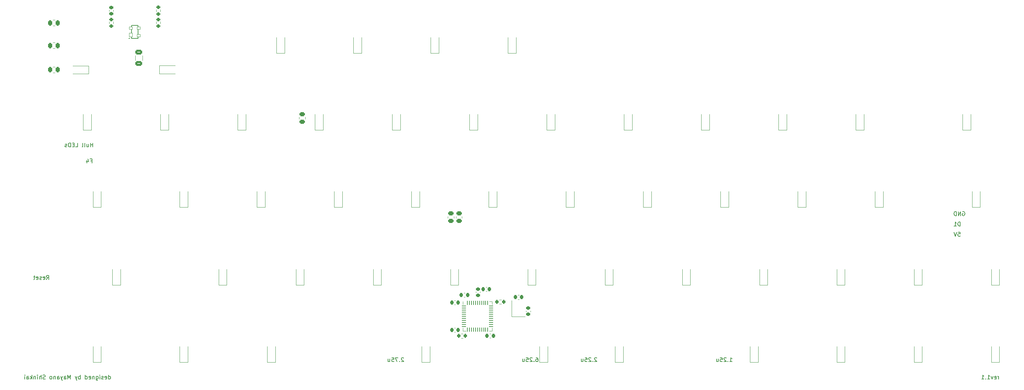
<source format=gbr>
G04 #@! TF.GenerationSoftware,KiCad,Pcbnew,(6.0.0)*
G04 #@! TF.CreationDate,2022-03-10T10:21:52-08:00*
G04 #@! TF.ProjectId,Memoria,4d656d6f-7269-4612-9e6b-696361645f70,rev?*
G04 #@! TF.SameCoordinates,Original*
G04 #@! TF.FileFunction,Legend,Bot*
G04 #@! TF.FilePolarity,Positive*
%FSLAX46Y46*%
G04 Gerber Fmt 4.6, Leading zero omitted, Abs format (unit mm)*
G04 Created by KiCad (PCBNEW (6.0.0)) date 2022-03-10 10:21:52*
%MOMM*%
%LPD*%
G01*
G04 APERTURE LIST*
G04 Aperture macros list*
%AMRoundRect*
0 Rectangle with rounded corners*
0 $1 Rounding radius*
0 $2 $3 $4 $5 $6 $7 $8 $9 X,Y pos of 4 corners*
0 Add a 4 corners polygon primitive as box body*
4,1,4,$2,$3,$4,$5,$6,$7,$8,$9,$2,$3,0*
0 Add four circle primitives for the rounded corners*
1,1,$1+$1,$2,$3*
1,1,$1+$1,$4,$5*
1,1,$1+$1,$6,$7*
1,1,$1+$1,$8,$9*
0 Add four rect primitives between the rounded corners*
20,1,$1+$1,$2,$3,$4,$5,0*
20,1,$1+$1,$4,$5,$6,$7,0*
20,1,$1+$1,$6,$7,$8,$9,0*
20,1,$1+$1,$8,$9,$2,$3,0*%
G04 Aperture macros list end*
%ADD10C,0.150000*%
%ADD11C,0.120000*%
%ADD12C,1.750000*%
%ADD13C,3.987800*%
%ADD14C,3.000000*%
%ADD15R,2.550000X2.500000*%
%ADD16R,1.700000X1.700000*%
%ADD17O,1.700000X1.700000*%
%ADD18R,1.800000X1.800000*%
%ADD19C,1.800000*%
%ADD20C,3.048000*%
%ADD21R,1.200000X0.900000*%
%ADD22R,0.900000X1.200000*%
%ADD23RoundRect,0.225000X-0.250000X0.225000X-0.250000X-0.225000X0.250000X-0.225000X0.250000X0.225000X0*%
%ADD24RoundRect,0.250000X-0.450000X0.262500X-0.450000X-0.262500X0.450000X-0.262500X0.450000X0.262500X0*%
%ADD25RoundRect,0.200000X-0.275000X0.200000X-0.275000X-0.200000X0.275000X-0.200000X0.275000X0.200000X0*%
%ADD26RoundRect,0.250000X0.450000X-0.262500X0.450000X0.262500X-0.450000X0.262500X-0.450000X-0.262500X0*%
%ADD27R,1.200000X1.400000*%
%ADD28RoundRect,0.225000X-0.225000X-0.250000X0.225000X-0.250000X0.225000X0.250000X-0.225000X0.250000X0*%
%ADD29RoundRect,0.200000X0.275000X-0.200000X0.275000X0.200000X-0.275000X0.200000X-0.275000X-0.200000X0*%
%ADD30RoundRect,0.250000X-0.262500X-0.450000X0.262500X-0.450000X0.262500X0.450000X-0.262500X0.450000X0*%
%ADD31RoundRect,0.225000X0.225000X0.250000X-0.225000X0.250000X-0.225000X-0.250000X0.225000X-0.250000X0*%
%ADD32C,0.650000*%
%ADD33R,0.600000X1.450000*%
%ADD34R,0.300000X1.450000*%
%ADD35O,1.000000X2.100000*%
%ADD36O,1.000000X1.600000*%
%ADD37RoundRect,0.062500X-0.062500X0.475000X-0.062500X-0.475000X0.062500X-0.475000X0.062500X0.475000X0*%
%ADD38RoundRect,0.062500X-0.475000X0.062500X-0.475000X-0.062500X0.475000X-0.062500X0.475000X0.062500X0*%
%ADD39R,5.200000X5.200000*%
%ADD40RoundRect,0.200000X0.200000X0.275000X-0.200000X0.275000X-0.200000X-0.275000X0.200000X-0.275000X0*%
%ADD41RoundRect,0.200000X-0.200000X-0.275000X0.200000X-0.275000X0.200000X0.275000X-0.200000X0.275000X0*%
%ADD42RoundRect,0.050000X0.350000X-0.500000X0.350000X0.500000X-0.350000X0.500000X-0.350000X-0.500000X0*%
%ADD43RoundRect,0.050000X0.350000X-0.300000X0.350000X0.300000X-0.350000X0.300000X-0.350000X-0.300000X0*%
%ADD44RoundRect,0.250000X-0.625000X0.375000X-0.625000X-0.375000X0.625000X-0.375000X0.625000X0.375000X0*%
G04 APERTURE END LIST*
D10*
X255315476Y-86182380D02*
X255791666Y-86182380D01*
X255839285Y-86658571D01*
X255791666Y-86610952D01*
X255696428Y-86563333D01*
X255458333Y-86563333D01*
X255363095Y-86610952D01*
X255315476Y-86658571D01*
X255267857Y-86753809D01*
X255267857Y-86991904D01*
X255315476Y-87087142D01*
X255363095Y-87134761D01*
X255458333Y-87182380D01*
X255696428Y-87182380D01*
X255791666Y-87134761D01*
X255839285Y-87087142D01*
X254982142Y-86182380D02*
X254648809Y-87182380D01*
X254315476Y-86182380D01*
X118609821Y-117247619D02*
X118562202Y-117200000D01*
X118466964Y-117152380D01*
X118228869Y-117152380D01*
X118133630Y-117200000D01*
X118086011Y-117247619D01*
X118038392Y-117342857D01*
X118038392Y-117438095D01*
X118086011Y-117580952D01*
X118657440Y-118152380D01*
X118038392Y-118152380D01*
X117609821Y-118057142D02*
X117562202Y-118104761D01*
X117609821Y-118152380D01*
X117657440Y-118104761D01*
X117609821Y-118057142D01*
X117609821Y-118152380D01*
X117228869Y-117152380D02*
X116562202Y-117152380D01*
X116990773Y-118152380D01*
X115705059Y-117152380D02*
X116181250Y-117152380D01*
X116228869Y-117628571D01*
X116181250Y-117580952D01*
X116086011Y-117533333D01*
X115847916Y-117533333D01*
X115752678Y-117580952D01*
X115705059Y-117628571D01*
X115657440Y-117723809D01*
X115657440Y-117961904D01*
X115705059Y-118057142D01*
X115752678Y-118104761D01*
X115847916Y-118152380D01*
X116086011Y-118152380D01*
X116181250Y-118104761D01*
X116228869Y-118057142D01*
X114800297Y-117485714D02*
X114800297Y-118152380D01*
X115228869Y-117485714D02*
X115228869Y-118009523D01*
X115181250Y-118104761D01*
X115086011Y-118152380D01*
X114943154Y-118152380D01*
X114847916Y-118104761D01*
X114800297Y-118057142D01*
X166234821Y-117247619D02*
X166187202Y-117200000D01*
X166091964Y-117152380D01*
X165853869Y-117152380D01*
X165758630Y-117200000D01*
X165711011Y-117247619D01*
X165663392Y-117342857D01*
X165663392Y-117438095D01*
X165711011Y-117580952D01*
X166282440Y-118152380D01*
X165663392Y-118152380D01*
X165234821Y-118057142D02*
X165187202Y-118104761D01*
X165234821Y-118152380D01*
X165282440Y-118104761D01*
X165234821Y-118057142D01*
X165234821Y-118152380D01*
X164806250Y-117247619D02*
X164758630Y-117200000D01*
X164663392Y-117152380D01*
X164425297Y-117152380D01*
X164330059Y-117200000D01*
X164282440Y-117247619D01*
X164234821Y-117342857D01*
X164234821Y-117438095D01*
X164282440Y-117580952D01*
X164853869Y-118152380D01*
X164234821Y-118152380D01*
X163330059Y-117152380D02*
X163806250Y-117152380D01*
X163853869Y-117628571D01*
X163806250Y-117580952D01*
X163711011Y-117533333D01*
X163472916Y-117533333D01*
X163377678Y-117580952D01*
X163330059Y-117628571D01*
X163282440Y-117723809D01*
X163282440Y-117961904D01*
X163330059Y-118057142D01*
X163377678Y-118104761D01*
X163472916Y-118152380D01*
X163711011Y-118152380D01*
X163806250Y-118104761D01*
X163853869Y-118057142D01*
X162425297Y-117485714D02*
X162425297Y-118152380D01*
X162853869Y-117485714D02*
X162853869Y-118009523D01*
X162806250Y-118104761D01*
X162711011Y-118152380D01*
X162568154Y-118152380D01*
X162472916Y-118104761D01*
X162425297Y-118057142D01*
X45845238Y-122452380D02*
X45845238Y-121452380D01*
X45845238Y-122404761D02*
X45940476Y-122452380D01*
X46130952Y-122452380D01*
X46226190Y-122404761D01*
X46273809Y-122357142D01*
X46321428Y-122261904D01*
X46321428Y-121976190D01*
X46273809Y-121880952D01*
X46226190Y-121833333D01*
X46130952Y-121785714D01*
X45940476Y-121785714D01*
X45845238Y-121833333D01*
X44988095Y-122404761D02*
X45083333Y-122452380D01*
X45273809Y-122452380D01*
X45369047Y-122404761D01*
X45416666Y-122309523D01*
X45416666Y-121928571D01*
X45369047Y-121833333D01*
X45273809Y-121785714D01*
X45083333Y-121785714D01*
X44988095Y-121833333D01*
X44940476Y-121928571D01*
X44940476Y-122023809D01*
X45416666Y-122119047D01*
X44559523Y-122404761D02*
X44464285Y-122452380D01*
X44273809Y-122452380D01*
X44178571Y-122404761D01*
X44130952Y-122309523D01*
X44130952Y-122261904D01*
X44178571Y-122166666D01*
X44273809Y-122119047D01*
X44416666Y-122119047D01*
X44511904Y-122071428D01*
X44559523Y-121976190D01*
X44559523Y-121928571D01*
X44511904Y-121833333D01*
X44416666Y-121785714D01*
X44273809Y-121785714D01*
X44178571Y-121833333D01*
X43702380Y-122452380D02*
X43702380Y-121785714D01*
X43702380Y-121452380D02*
X43750000Y-121500000D01*
X43702380Y-121547619D01*
X43654761Y-121500000D01*
X43702380Y-121452380D01*
X43702380Y-121547619D01*
X42797619Y-121785714D02*
X42797619Y-122595238D01*
X42845238Y-122690476D01*
X42892857Y-122738095D01*
X42988095Y-122785714D01*
X43130952Y-122785714D01*
X43226190Y-122738095D01*
X42797619Y-122404761D02*
X42892857Y-122452380D01*
X43083333Y-122452380D01*
X43178571Y-122404761D01*
X43226190Y-122357142D01*
X43273809Y-122261904D01*
X43273809Y-121976190D01*
X43226190Y-121880952D01*
X43178571Y-121833333D01*
X43083333Y-121785714D01*
X42892857Y-121785714D01*
X42797619Y-121833333D01*
X42321428Y-121785714D02*
X42321428Y-122452380D01*
X42321428Y-121880952D02*
X42273809Y-121833333D01*
X42178571Y-121785714D01*
X42035714Y-121785714D01*
X41940476Y-121833333D01*
X41892857Y-121928571D01*
X41892857Y-122452380D01*
X41035714Y-122404761D02*
X41130952Y-122452380D01*
X41321428Y-122452380D01*
X41416666Y-122404761D01*
X41464285Y-122309523D01*
X41464285Y-121928571D01*
X41416666Y-121833333D01*
X41321428Y-121785714D01*
X41130952Y-121785714D01*
X41035714Y-121833333D01*
X40988095Y-121928571D01*
X40988095Y-122023809D01*
X41464285Y-122119047D01*
X40130952Y-122452380D02*
X40130952Y-121452380D01*
X40130952Y-122404761D02*
X40226190Y-122452380D01*
X40416666Y-122452380D01*
X40511904Y-122404761D01*
X40559523Y-122357142D01*
X40607142Y-122261904D01*
X40607142Y-121976190D01*
X40559523Y-121880952D01*
X40511904Y-121833333D01*
X40416666Y-121785714D01*
X40226190Y-121785714D01*
X40130952Y-121833333D01*
X38892857Y-122452380D02*
X38892857Y-121452380D01*
X38892857Y-121833333D02*
X38797619Y-121785714D01*
X38607142Y-121785714D01*
X38511904Y-121833333D01*
X38464285Y-121880952D01*
X38416666Y-121976190D01*
X38416666Y-122261904D01*
X38464285Y-122357142D01*
X38511904Y-122404761D01*
X38607142Y-122452380D01*
X38797619Y-122452380D01*
X38892857Y-122404761D01*
X38083333Y-121785714D02*
X37845238Y-122452380D01*
X37607142Y-121785714D02*
X37845238Y-122452380D01*
X37940476Y-122690476D01*
X37988095Y-122738095D01*
X38083333Y-122785714D01*
X36464285Y-122452380D02*
X36464285Y-121452380D01*
X36130952Y-122166666D01*
X35797619Y-121452380D01*
X35797619Y-122452380D01*
X34892857Y-122452380D02*
X34892857Y-121928571D01*
X34940476Y-121833333D01*
X35035714Y-121785714D01*
X35226190Y-121785714D01*
X35321428Y-121833333D01*
X34892857Y-122404761D02*
X34988095Y-122452380D01*
X35226190Y-122452380D01*
X35321428Y-122404761D01*
X35369047Y-122309523D01*
X35369047Y-122214285D01*
X35321428Y-122119047D01*
X35226190Y-122071428D01*
X34988095Y-122071428D01*
X34892857Y-122023809D01*
X34511904Y-121785714D02*
X34273809Y-122452380D01*
X34035714Y-121785714D02*
X34273809Y-122452380D01*
X34369047Y-122690476D01*
X34416666Y-122738095D01*
X34511904Y-122785714D01*
X33226190Y-122452380D02*
X33226190Y-121928571D01*
X33273809Y-121833333D01*
X33369047Y-121785714D01*
X33559523Y-121785714D01*
X33654761Y-121833333D01*
X33226190Y-122404761D02*
X33321428Y-122452380D01*
X33559523Y-122452380D01*
X33654761Y-122404761D01*
X33702380Y-122309523D01*
X33702380Y-122214285D01*
X33654761Y-122119047D01*
X33559523Y-122071428D01*
X33321428Y-122071428D01*
X33226190Y-122023809D01*
X32750000Y-121785714D02*
X32750000Y-122452380D01*
X32750000Y-121880952D02*
X32702380Y-121833333D01*
X32607142Y-121785714D01*
X32464285Y-121785714D01*
X32369047Y-121833333D01*
X32321428Y-121928571D01*
X32321428Y-122452380D01*
X31702380Y-122452380D02*
X31797619Y-122404761D01*
X31845238Y-122357142D01*
X31892857Y-122261904D01*
X31892857Y-121976190D01*
X31845238Y-121880952D01*
X31797619Y-121833333D01*
X31702380Y-121785714D01*
X31559523Y-121785714D01*
X31464285Y-121833333D01*
X31416666Y-121880952D01*
X31369047Y-121976190D01*
X31369047Y-122261904D01*
X31416666Y-122357142D01*
X31464285Y-122404761D01*
X31559523Y-122452380D01*
X31702380Y-122452380D01*
X30226190Y-122404761D02*
X30083333Y-122452380D01*
X29845238Y-122452380D01*
X29750000Y-122404761D01*
X29702380Y-122357142D01*
X29654761Y-122261904D01*
X29654761Y-122166666D01*
X29702380Y-122071428D01*
X29750000Y-122023809D01*
X29845238Y-121976190D01*
X30035714Y-121928571D01*
X30130952Y-121880952D01*
X30178571Y-121833333D01*
X30226190Y-121738095D01*
X30226190Y-121642857D01*
X30178571Y-121547619D01*
X30130952Y-121500000D01*
X30035714Y-121452380D01*
X29797619Y-121452380D01*
X29654761Y-121500000D01*
X29226190Y-122452380D02*
X29226190Y-121452380D01*
X28797619Y-122452380D02*
X28797619Y-121928571D01*
X28845238Y-121833333D01*
X28940476Y-121785714D01*
X29083333Y-121785714D01*
X29178571Y-121833333D01*
X29226190Y-121880952D01*
X28321428Y-122452380D02*
X28321428Y-121785714D01*
X28321428Y-121452380D02*
X28369047Y-121500000D01*
X28321428Y-121547619D01*
X28273809Y-121500000D01*
X28321428Y-121452380D01*
X28321428Y-121547619D01*
X27845238Y-121785714D02*
X27845238Y-122452380D01*
X27845238Y-121880952D02*
X27797619Y-121833333D01*
X27702380Y-121785714D01*
X27559523Y-121785714D01*
X27464285Y-121833333D01*
X27416666Y-121928571D01*
X27416666Y-122452380D01*
X26940476Y-122452380D02*
X26940476Y-121452380D01*
X26845238Y-122071428D02*
X26559523Y-122452380D01*
X26559523Y-121785714D02*
X26940476Y-122166666D01*
X25702380Y-122452380D02*
X25702380Y-121928571D01*
X25750000Y-121833333D01*
X25845238Y-121785714D01*
X26035714Y-121785714D01*
X26130952Y-121833333D01*
X25702380Y-122404761D02*
X25797619Y-122452380D01*
X26035714Y-122452380D01*
X26130952Y-122404761D01*
X26178571Y-122309523D01*
X26178571Y-122214285D01*
X26130952Y-122119047D01*
X26035714Y-122071428D01*
X25797619Y-122071428D01*
X25702380Y-122023809D01*
X25226190Y-122452380D02*
X25226190Y-121785714D01*
X25226190Y-121452380D02*
X25273809Y-121500000D01*
X25226190Y-121547619D01*
X25178571Y-121500000D01*
X25226190Y-121452380D01*
X25226190Y-121547619D01*
X265321428Y-122452380D02*
X265321428Y-121785714D01*
X265321428Y-121976190D02*
X265273809Y-121880952D01*
X265226190Y-121833333D01*
X265130952Y-121785714D01*
X265035714Y-121785714D01*
X264321428Y-122404761D02*
X264416666Y-122452380D01*
X264607142Y-122452380D01*
X264702380Y-122404761D01*
X264750000Y-122309523D01*
X264750000Y-121928571D01*
X264702380Y-121833333D01*
X264607142Y-121785714D01*
X264416666Y-121785714D01*
X264321428Y-121833333D01*
X264273809Y-121928571D01*
X264273809Y-122023809D01*
X264750000Y-122119047D01*
X263940476Y-121785714D02*
X263702380Y-122452380D01*
X263464285Y-121785714D01*
X262559523Y-122452380D02*
X263130952Y-122452380D01*
X262845238Y-122452380D02*
X262845238Y-121452380D01*
X262940476Y-121595238D01*
X263035714Y-121690476D01*
X263130952Y-121738095D01*
X262130952Y-122357142D02*
X262083333Y-122404761D01*
X262130952Y-122452380D01*
X262178571Y-122404761D01*
X262130952Y-122357142D01*
X262130952Y-122452380D01*
X261130952Y-122452380D02*
X261702380Y-122452380D01*
X261416666Y-122452380D02*
X261416666Y-121452380D01*
X261511904Y-121595238D01*
X261607142Y-121690476D01*
X261702380Y-121738095D01*
X199000892Y-118152380D02*
X199572321Y-118152380D01*
X199286607Y-118152380D02*
X199286607Y-117152380D01*
X199381845Y-117295238D01*
X199477083Y-117390476D01*
X199572321Y-117438095D01*
X198572321Y-118057142D02*
X198524702Y-118104761D01*
X198572321Y-118152380D01*
X198619940Y-118104761D01*
X198572321Y-118057142D01*
X198572321Y-118152380D01*
X198143750Y-117247619D02*
X198096130Y-117200000D01*
X198000892Y-117152380D01*
X197762797Y-117152380D01*
X197667559Y-117200000D01*
X197619940Y-117247619D01*
X197572321Y-117342857D01*
X197572321Y-117438095D01*
X197619940Y-117580952D01*
X198191369Y-118152380D01*
X197572321Y-118152380D01*
X196667559Y-117152380D02*
X197143750Y-117152380D01*
X197191369Y-117628571D01*
X197143750Y-117580952D01*
X197048511Y-117533333D01*
X196810416Y-117533333D01*
X196715178Y-117580952D01*
X196667559Y-117628571D01*
X196619940Y-117723809D01*
X196619940Y-117961904D01*
X196667559Y-118057142D01*
X196715178Y-118104761D01*
X196810416Y-118152380D01*
X197048511Y-118152380D01*
X197143750Y-118104761D01*
X197191369Y-118057142D01*
X195762797Y-117485714D02*
X195762797Y-118152380D01*
X196191369Y-117485714D02*
X196191369Y-118009523D01*
X196143750Y-118104761D01*
X196048511Y-118152380D01*
X195905654Y-118152380D01*
X195810416Y-118104761D01*
X195762797Y-118057142D01*
X41979761Y-65152380D02*
X41979761Y-64152380D01*
X41979761Y-64628571D02*
X41408333Y-64628571D01*
X41408333Y-65152380D02*
X41408333Y-64152380D01*
X40503571Y-64485714D02*
X40503571Y-65152380D01*
X40932142Y-64485714D02*
X40932142Y-65009523D01*
X40884523Y-65104761D01*
X40789285Y-65152380D01*
X40646428Y-65152380D01*
X40551190Y-65104761D01*
X40503571Y-65057142D01*
X39884523Y-65152380D02*
X39979761Y-65104761D01*
X40027380Y-65009523D01*
X40027380Y-64152380D01*
X39360714Y-65152380D02*
X39455952Y-65104761D01*
X39503571Y-65009523D01*
X39503571Y-64152380D01*
X37741666Y-65152380D02*
X38217857Y-65152380D01*
X38217857Y-64152380D01*
X37408333Y-64628571D02*
X37075000Y-64628571D01*
X36932142Y-65152380D02*
X37408333Y-65152380D01*
X37408333Y-64152380D01*
X36932142Y-64152380D01*
X36503571Y-65152380D02*
X36503571Y-64152380D01*
X36265476Y-64152380D01*
X36122619Y-64200000D01*
X36027380Y-64295238D01*
X35979761Y-64390476D01*
X35932142Y-64580952D01*
X35932142Y-64723809D01*
X35979761Y-64914285D01*
X36027380Y-65009523D01*
X36122619Y-65104761D01*
X36265476Y-65152380D01*
X36503571Y-65152380D01*
X35551190Y-65104761D02*
X35455952Y-65152380D01*
X35265476Y-65152380D01*
X35170238Y-65104761D01*
X35122619Y-65009523D01*
X35122619Y-64961904D01*
X35170238Y-64866666D01*
X35265476Y-64819047D01*
X35408333Y-64819047D01*
X35503571Y-64771428D01*
X35551190Y-64676190D01*
X35551190Y-64628571D01*
X35503571Y-64533333D01*
X35408333Y-64485714D01*
X35265476Y-64485714D01*
X35170238Y-64533333D01*
X30543095Y-97852380D02*
X30876428Y-97376190D01*
X31114523Y-97852380D02*
X31114523Y-96852380D01*
X30733571Y-96852380D01*
X30638333Y-96900000D01*
X30590714Y-96947619D01*
X30543095Y-97042857D01*
X30543095Y-97185714D01*
X30590714Y-97280952D01*
X30638333Y-97328571D01*
X30733571Y-97376190D01*
X31114523Y-97376190D01*
X29733571Y-97804761D02*
X29828809Y-97852380D01*
X30019285Y-97852380D01*
X30114523Y-97804761D01*
X30162142Y-97709523D01*
X30162142Y-97328571D01*
X30114523Y-97233333D01*
X30019285Y-97185714D01*
X29828809Y-97185714D01*
X29733571Y-97233333D01*
X29685952Y-97328571D01*
X29685952Y-97423809D01*
X30162142Y-97519047D01*
X29305000Y-97804761D02*
X29209761Y-97852380D01*
X29019285Y-97852380D01*
X28924047Y-97804761D01*
X28876428Y-97709523D01*
X28876428Y-97661904D01*
X28924047Y-97566666D01*
X29019285Y-97519047D01*
X29162142Y-97519047D01*
X29257380Y-97471428D01*
X29305000Y-97376190D01*
X29305000Y-97328571D01*
X29257380Y-97233333D01*
X29162142Y-97185714D01*
X29019285Y-97185714D01*
X28924047Y-97233333D01*
X28066904Y-97804761D02*
X28162142Y-97852380D01*
X28352619Y-97852380D01*
X28447857Y-97804761D01*
X28495476Y-97709523D01*
X28495476Y-97328571D01*
X28447857Y-97233333D01*
X28352619Y-97185714D01*
X28162142Y-97185714D01*
X28066904Y-97233333D01*
X28019285Y-97328571D01*
X28019285Y-97423809D01*
X28495476Y-97519047D01*
X27733571Y-97185714D02*
X27352619Y-97185714D01*
X27590714Y-96852380D02*
X27590714Y-97709523D01*
X27543095Y-97804761D01*
X27447857Y-97852380D01*
X27352619Y-97852380D01*
X256411904Y-81150000D02*
X256507142Y-81102380D01*
X256650000Y-81102380D01*
X256792857Y-81150000D01*
X256888095Y-81245238D01*
X256935714Y-81340476D01*
X256983333Y-81530952D01*
X256983333Y-81673809D01*
X256935714Y-81864285D01*
X256888095Y-81959523D01*
X256792857Y-82054761D01*
X256650000Y-82102380D01*
X256554761Y-82102380D01*
X256411904Y-82054761D01*
X256364285Y-82007142D01*
X256364285Y-81673809D01*
X256554761Y-81673809D01*
X255935714Y-82102380D02*
X255935714Y-81102380D01*
X255364285Y-82102380D01*
X255364285Y-81102380D01*
X254888095Y-82102380D02*
X254888095Y-81102380D01*
X254650000Y-81102380D01*
X254507142Y-81150000D01*
X254411904Y-81245238D01*
X254364285Y-81340476D01*
X254316666Y-81530952D01*
X254316666Y-81673809D01*
X254364285Y-81864285D01*
X254411904Y-81959523D01*
X254507142Y-82054761D01*
X254650000Y-82102380D01*
X254888095Y-82102380D01*
X255838095Y-84642380D02*
X255838095Y-83642380D01*
X255600000Y-83642380D01*
X255457142Y-83690000D01*
X255361904Y-83785238D01*
X255314285Y-83880476D01*
X255266666Y-84070952D01*
X255266666Y-84213809D01*
X255314285Y-84404285D01*
X255361904Y-84499523D01*
X255457142Y-84594761D01*
X255600000Y-84642380D01*
X255838095Y-84642380D01*
X254314285Y-84642380D02*
X254885714Y-84642380D01*
X254600000Y-84642380D02*
X254600000Y-83642380D01*
X254695238Y-83785238D01*
X254790476Y-83880476D01*
X254885714Y-83928095D01*
X151270982Y-117152380D02*
X151461459Y-117152380D01*
X151556697Y-117200000D01*
X151604316Y-117247619D01*
X151699554Y-117390476D01*
X151747173Y-117580952D01*
X151747173Y-117961904D01*
X151699554Y-118057142D01*
X151651935Y-118104761D01*
X151556697Y-118152380D01*
X151366221Y-118152380D01*
X151270982Y-118104761D01*
X151223363Y-118057142D01*
X151175744Y-117961904D01*
X151175744Y-117723809D01*
X151223363Y-117628571D01*
X151270982Y-117580952D01*
X151366221Y-117533333D01*
X151556697Y-117533333D01*
X151651935Y-117580952D01*
X151699554Y-117628571D01*
X151747173Y-117723809D01*
X150747173Y-118057142D02*
X150699554Y-118104761D01*
X150747173Y-118152380D01*
X150794792Y-118104761D01*
X150747173Y-118057142D01*
X150747173Y-118152380D01*
X150318602Y-117247619D02*
X150270982Y-117200000D01*
X150175744Y-117152380D01*
X149937649Y-117152380D01*
X149842411Y-117200000D01*
X149794792Y-117247619D01*
X149747173Y-117342857D01*
X149747173Y-117438095D01*
X149794792Y-117580952D01*
X150366221Y-118152380D01*
X149747173Y-118152380D01*
X148842411Y-117152380D02*
X149318602Y-117152380D01*
X149366221Y-117628571D01*
X149318602Y-117580952D01*
X149223363Y-117533333D01*
X148985268Y-117533333D01*
X148890030Y-117580952D01*
X148842411Y-117628571D01*
X148794792Y-117723809D01*
X148794792Y-117961904D01*
X148842411Y-118057142D01*
X148890030Y-118104761D01*
X148985268Y-118152380D01*
X149223363Y-118152380D01*
X149318602Y-118104761D01*
X149366221Y-118057142D01*
X147937649Y-117485714D02*
X147937649Y-118152380D01*
X148366221Y-117485714D02*
X148366221Y-118009523D01*
X148318602Y-118104761D01*
X148223363Y-118152380D01*
X148080506Y-118152380D01*
X147985268Y-118104761D01*
X147937649Y-118057142D01*
X41445833Y-68578571D02*
X41779166Y-68578571D01*
X41779166Y-69102380D02*
X41779166Y-68102380D01*
X41302976Y-68102380D01*
X40493452Y-68435714D02*
X40493452Y-69102380D01*
X40731547Y-68054761D02*
X40969642Y-68769047D01*
X40350595Y-68769047D01*
D11*
X160650000Y-80050000D02*
X160650000Y-76150000D01*
X160650000Y-80050000D02*
X158650000Y-80050000D01*
X158650000Y-80050000D02*
X158650000Y-76150000D01*
X40920000Y-45101000D02*
X37020000Y-45101000D01*
X40920000Y-45101000D02*
X40920000Y-47101000D01*
X40920000Y-47101000D02*
X37020000Y-47101000D01*
X152125000Y-118300000D02*
X152125000Y-114400000D01*
X154125000Y-118300000D02*
X154125000Y-114400000D01*
X154125000Y-118300000D02*
X152125000Y-118300000D01*
X46800000Y-99250000D02*
X46800000Y-95350000D01*
X48800000Y-99250000D02*
X48800000Y-95350000D01*
X48800000Y-99250000D02*
X46800000Y-99250000D01*
X120550000Y-80050000D02*
X120550000Y-76150000D01*
X122550000Y-80050000D02*
X122550000Y-76150000D01*
X122550000Y-80050000D02*
X120550000Y-80050000D01*
X227400000Y-99250000D02*
X227400000Y-95350000D01*
X225400000Y-99250000D02*
X225400000Y-95350000D01*
X227400000Y-99250000D02*
X225400000Y-99250000D01*
X148840000Y-105559420D02*
X148840000Y-105840580D01*
X149860000Y-105559420D02*
X149860000Y-105840580D01*
X131515000Y-82272936D02*
X131515000Y-82727064D01*
X132985000Y-82272936D02*
X132985000Y-82727064D01*
X189300000Y-99250000D02*
X189300000Y-95350000D01*
X187300000Y-99250000D02*
X187300000Y-95350000D01*
X189300000Y-99250000D02*
X187300000Y-99250000D01*
X58672500Y-31262742D02*
X58672500Y-31737258D01*
X57627500Y-31262742D02*
X57627500Y-31737258D01*
X246450000Y-99250000D02*
X244450000Y-99250000D01*
X244450000Y-99250000D02*
X244450000Y-95350000D01*
X246450000Y-99250000D02*
X246450000Y-95350000D01*
X84450000Y-80050000D02*
X84450000Y-76150000D01*
X82450000Y-80050000D02*
X82450000Y-76150000D01*
X84450000Y-80050000D02*
X82450000Y-80050000D01*
X94335000Y-58239564D02*
X94335000Y-57785436D01*
X92865000Y-58239564D02*
X92865000Y-57785436D01*
X136850000Y-61000000D02*
X134850000Y-61000000D01*
X134850000Y-61000000D02*
X134850000Y-57100000D01*
X136850000Y-61000000D02*
X136850000Y-57100000D01*
X125100000Y-118300000D02*
X123100000Y-118300000D01*
X125100000Y-118300000D02*
X125100000Y-114400000D01*
X123100000Y-118300000D02*
X123100000Y-114400000D01*
X172750000Y-118300000D02*
X170750000Y-118300000D01*
X170750000Y-118300000D02*
X170750000Y-114400000D01*
X172750000Y-118300000D02*
X172750000Y-114400000D01*
X145275000Y-107074450D02*
X145275000Y-103074450D01*
X148575000Y-107074450D02*
X145275000Y-107074450D01*
X246450000Y-118300000D02*
X244450000Y-118300000D01*
X244450000Y-118300000D02*
X244450000Y-114400000D01*
X246450000Y-118300000D02*
X246450000Y-114400000D01*
X47010000Y-31359420D02*
X47010000Y-31640580D01*
X45990000Y-31359420D02*
X45990000Y-31640580D01*
X236850000Y-80050000D02*
X234850000Y-80050000D01*
X234850000Y-80050000D02*
X234850000Y-76150000D01*
X236850000Y-80050000D02*
X236850000Y-76150000D01*
X136402500Y-100859420D02*
X136402500Y-101140580D01*
X137422500Y-100859420D02*
X137422500Y-101140580D01*
X227400000Y-118300000D02*
X225400000Y-118300000D01*
X225400000Y-118300000D02*
X225400000Y-114400000D01*
X227400000Y-118300000D02*
X227400000Y-114400000D01*
X206000000Y-118300000D02*
X204000000Y-118300000D01*
X204000000Y-118300000D02*
X204000000Y-114400000D01*
X206000000Y-118300000D02*
X206000000Y-114400000D01*
X265500000Y-99250000D02*
X265500000Y-95350000D01*
X263500000Y-99250000D02*
X263500000Y-95350000D01*
X265500000Y-99250000D02*
X263500000Y-99250000D01*
X60650000Y-61000000D02*
X60650000Y-57100000D01*
X60650000Y-61000000D02*
X58650000Y-61000000D01*
X58650000Y-61000000D02*
X58650000Y-57100000D01*
X103500000Y-80050000D02*
X103500000Y-76150000D01*
X103500000Y-80050000D02*
X101500000Y-80050000D01*
X101500000Y-80050000D02*
X101500000Y-76150000D01*
X217800000Y-80050000D02*
X217800000Y-76150000D01*
X215800000Y-80050000D02*
X215800000Y-76150000D01*
X217800000Y-80050000D02*
X215800000Y-80050000D01*
X192000000Y-61000000D02*
X192000000Y-57100000D01*
X194000000Y-61000000D02*
X194000000Y-57100000D01*
X194000000Y-61000000D02*
X192000000Y-61000000D01*
X149200000Y-99250000D02*
X149200000Y-95350000D01*
X151200000Y-99250000D02*
X151200000Y-95350000D01*
X151200000Y-99250000D02*
X149200000Y-99250000D01*
X155900000Y-61000000D02*
X155900000Y-57100000D01*
X153900000Y-61000000D02*
X153900000Y-57100000D01*
X155900000Y-61000000D02*
X153900000Y-61000000D01*
X139809420Y-111290000D02*
X140090580Y-111290000D01*
X139809420Y-112310000D02*
X140090580Y-112310000D01*
X44000000Y-118300000D02*
X44000000Y-114400000D01*
X42000000Y-118300000D02*
X42000000Y-114400000D01*
X44000000Y-118300000D02*
X42000000Y-118300000D01*
X232100000Y-61000000D02*
X232100000Y-57100000D01*
X230100000Y-61000000D02*
X230100000Y-57100000D01*
X232100000Y-61000000D02*
X230100000Y-61000000D01*
X47022500Y-34737258D02*
X47022500Y-34262742D01*
X45977500Y-34737258D02*
X45977500Y-34262742D01*
X96750000Y-61000000D02*
X96750000Y-57100000D01*
X98750000Y-61000000D02*
X96750000Y-61000000D01*
X98750000Y-61000000D02*
X98750000Y-57100000D01*
X174950000Y-61000000D02*
X174950000Y-57100000D01*
X172950000Y-61000000D02*
X172950000Y-57100000D01*
X174950000Y-61000000D02*
X172950000Y-61000000D01*
X179700000Y-80050000D02*
X179700000Y-76150000D01*
X179700000Y-80050000D02*
X177700000Y-80050000D01*
X177700000Y-80050000D02*
X177700000Y-76150000D01*
X42000000Y-80050000D02*
X42000000Y-76150000D01*
X44000000Y-80050000D02*
X42000000Y-80050000D01*
X44000000Y-80050000D02*
X44000000Y-76150000D01*
X111100000Y-99250000D02*
X111100000Y-95350000D01*
X113100000Y-99250000D02*
X111100000Y-99250000D01*
X113100000Y-99250000D02*
X113100000Y-95350000D01*
X75000000Y-99250000D02*
X75000000Y-95350000D01*
X75000000Y-99250000D02*
X73000000Y-99250000D01*
X73000000Y-99250000D02*
X73000000Y-95350000D01*
X32157936Y-33809000D02*
X32612064Y-33809000D01*
X32157936Y-35279000D02*
X32612064Y-35279000D01*
X263500000Y-118300000D02*
X263500000Y-114400000D01*
X265500000Y-118300000D02*
X265500000Y-114400000D01*
X265500000Y-118300000D02*
X263500000Y-118300000D01*
X108250000Y-42000000D02*
X108250000Y-38100000D01*
X106250000Y-42000000D02*
X106250000Y-38100000D01*
X108250000Y-42000000D02*
X106250000Y-42000000D01*
X63400000Y-80050000D02*
X63400000Y-76150000D01*
X65400000Y-80050000D02*
X63400000Y-80050000D01*
X65400000Y-80050000D02*
X65400000Y-76150000D01*
X58340000Y-47100000D02*
X62240000Y-47100000D01*
X58340000Y-45100000D02*
X62240000Y-45100000D01*
X58340000Y-47100000D02*
X58340000Y-45100000D01*
X146350000Y-42000000D02*
X146350000Y-38100000D01*
X144350000Y-42000000D02*
X144350000Y-38100000D01*
X146350000Y-42000000D02*
X144350000Y-42000000D01*
X32157936Y-46836000D02*
X32612064Y-46836000D01*
X32157936Y-45366000D02*
X32612064Y-45366000D01*
X94050000Y-99250000D02*
X94050000Y-95350000D01*
X92050000Y-99250000D02*
X92050000Y-95350000D01*
X94050000Y-99250000D02*
X92050000Y-99250000D01*
X213050000Y-61000000D02*
X211050000Y-61000000D01*
X211050000Y-61000000D02*
X211050000Y-57100000D01*
X213050000Y-61000000D02*
X213050000Y-57100000D01*
X131390580Y-103040000D02*
X131109420Y-103040000D01*
X131390580Y-104060000D02*
X131109420Y-104060000D01*
X130985000Y-82272936D02*
X130985000Y-82727064D01*
X129515000Y-82272936D02*
X129515000Y-82727064D01*
X258412500Y-61000000D02*
X256412500Y-61000000D01*
X256412500Y-61000000D02*
X256412500Y-57100000D01*
X258412500Y-61000000D02*
X258412500Y-57100000D01*
X41600000Y-61000000D02*
X39600000Y-61000000D01*
X41600000Y-61000000D02*
X41600000Y-57100000D01*
X39600000Y-61000000D02*
X39600000Y-57100000D01*
X133740580Y-101190000D02*
X133459420Y-101190000D01*
X133740580Y-102210000D02*
X133459420Y-102210000D01*
X140460000Y-104065000D02*
X140460000Y-103340000D01*
X140460000Y-109835000D02*
X140460000Y-110560000D01*
X140460000Y-110560000D02*
X139735000Y-110560000D01*
X133240000Y-110560000D02*
X133965000Y-110560000D01*
X133240000Y-104065000D02*
X133240000Y-103340000D01*
X133240000Y-109835000D02*
X133240000Y-110560000D01*
X140460000Y-103340000D02*
X139735000Y-103340000D01*
X117800000Y-61000000D02*
X117800000Y-57100000D01*
X117800000Y-61000000D02*
X115800000Y-61000000D01*
X115800000Y-61000000D02*
X115800000Y-57100000D01*
X57627500Y-34737258D02*
X57627500Y-34262742D01*
X58672500Y-34737258D02*
X58672500Y-34262742D01*
X142687258Y-102877500D02*
X142212742Y-102877500D01*
X142687258Y-103922500D02*
X142212742Y-103922500D01*
X258750000Y-80050000D02*
X258750000Y-76150000D01*
X260750000Y-80050000D02*
X260750000Y-76150000D01*
X260750000Y-80050000D02*
X258750000Y-80050000D01*
X32157936Y-39397000D02*
X32612064Y-39397000D01*
X32157936Y-40867000D02*
X32612064Y-40867000D01*
X196750000Y-80050000D02*
X196750000Y-76150000D01*
X198750000Y-80050000D02*
X198750000Y-76150000D01*
X198750000Y-80050000D02*
X196750000Y-80050000D01*
X131390580Y-110860000D02*
X131109420Y-110860000D01*
X131390580Y-109840000D02*
X131109420Y-109840000D01*
X65400000Y-118300000D02*
X63400000Y-118300000D01*
X63400000Y-118300000D02*
X63400000Y-114400000D01*
X65400000Y-118300000D02*
X65400000Y-114400000D01*
X139600000Y-80050000D02*
X139600000Y-76150000D01*
X141600000Y-80050000D02*
X139600000Y-80050000D01*
X141600000Y-80050000D02*
X141600000Y-76150000D01*
X132762742Y-111287500D02*
X133237258Y-111287500D01*
X132762742Y-112332500D02*
X133237258Y-112332500D01*
X87000000Y-118300000D02*
X87000000Y-114400000D01*
X87000000Y-118300000D02*
X85000000Y-118300000D01*
X85000000Y-118300000D02*
X85000000Y-114400000D01*
X89250000Y-42000000D02*
X89250000Y-38100000D01*
X89250000Y-42000000D02*
X87250000Y-42000000D01*
X87250000Y-42000000D02*
X87250000Y-38100000D01*
X146784420Y-102760000D02*
X147065580Y-102760000D01*
X146784420Y-101740000D02*
X147065580Y-101740000D01*
X168250000Y-99250000D02*
X168250000Y-95350000D01*
X170250000Y-99250000D02*
X170250000Y-95350000D01*
X170250000Y-99250000D02*
X168250000Y-99250000D01*
X139140580Y-100760000D02*
X138859420Y-100760000D01*
X139140580Y-99740000D02*
X138859420Y-99740000D01*
X132150000Y-99250000D02*
X130150000Y-99250000D01*
X132150000Y-99250000D02*
X132150000Y-95350000D01*
X130150000Y-99250000D02*
X130150000Y-95350000D01*
X79700000Y-61000000D02*
X79700000Y-57100000D01*
X77700000Y-61000000D02*
X77700000Y-57100000D01*
X79700000Y-61000000D02*
X77700000Y-61000000D01*
D10*
X53124000Y-35150000D02*
X51524000Y-35150000D01*
X51124000Y-38350000D02*
X50824000Y-38350000D01*
X51524000Y-35150000D02*
X51524000Y-38350000D01*
X53124000Y-35150000D02*
X53124000Y-38350000D01*
X53124000Y-38350000D02*
X51524000Y-38350000D01*
D11*
X127300000Y-42000000D02*
X125300000Y-42000000D01*
X127300000Y-42000000D02*
X127300000Y-38100000D01*
X125300000Y-42000000D02*
X125300000Y-38100000D01*
X52414000Y-42577936D02*
X52414000Y-43782064D01*
X54234000Y-42577936D02*
X54234000Y-43782064D01*
X206350000Y-99250000D02*
X206350000Y-95350000D01*
X208350000Y-99250000D02*
X208350000Y-95350000D01*
X208350000Y-99250000D02*
X206350000Y-99250000D01*
%LPC*%
D12*
X109855000Y-95250000D03*
D13*
X104775000Y-95250000D03*
D12*
X99695000Y-95250000D03*
D14*
X100965000Y-92710000D03*
X107315000Y-90170000D03*
D15*
X97690000Y-92710000D03*
X110617000Y-90170000D03*
D14*
X234315000Y-92710000D03*
D12*
X233045000Y-95250000D03*
D14*
X240665000Y-90170000D03*
D12*
X243205000Y-95250000D03*
D13*
X238125000Y-95250000D03*
D15*
X231040000Y-92710000D03*
X243967000Y-90170000D03*
D12*
X252095000Y-95250000D03*
D14*
X253365000Y-92710000D03*
D12*
X262255000Y-95250000D03*
D13*
X257175000Y-95250000D03*
D14*
X259715000Y-90170000D03*
D15*
X250090000Y-92710000D03*
X263017000Y-90170000D03*
D12*
X30638750Y-76200000D03*
D14*
X38258750Y-71120000D03*
X31908750Y-73660000D03*
D12*
X40798750Y-76200000D03*
D13*
X35718750Y-76200000D03*
D15*
X28633750Y-73660000D03*
X41560750Y-71120000D03*
D14*
X74771250Y-111760000D03*
X81121250Y-109220000D03*
D13*
X78581250Y-114300000D03*
D12*
X83661250Y-114300000D03*
X73501250Y-114300000D03*
D15*
X71496250Y-111760000D03*
X84423250Y-109220000D03*
D12*
X228917500Y-57150000D03*
D14*
X220027500Y-54610000D03*
D13*
X223837500Y-57150000D03*
D12*
X218757500Y-57150000D03*
D14*
X226377500Y-52070000D03*
D15*
X216752500Y-54610000D03*
X229679500Y-52070000D03*
D14*
X196215000Y-92710000D03*
D12*
X194945000Y-95250000D03*
D13*
X200025000Y-95250000D03*
D12*
X205105000Y-95250000D03*
D14*
X202565000Y-90170000D03*
D15*
X192940000Y-92710000D03*
X205867000Y-90170000D03*
D12*
X152717500Y-57150000D03*
D14*
X150177500Y-52070000D03*
X143827500Y-54610000D03*
D13*
X147637500Y-57150000D03*
D12*
X142557500Y-57150000D03*
D15*
X140552500Y-54610000D03*
X153479500Y-52070000D03*
D12*
X157480000Y-76200000D03*
X147320000Y-76200000D03*
D14*
X148590000Y-73660000D03*
X154940000Y-71120000D03*
D13*
X152400000Y-76200000D03*
D15*
X145315000Y-73660000D03*
X158242000Y-71120000D03*
D13*
X119062500Y-38100000D03*
D12*
X124142500Y-38100000D03*
D14*
X115252500Y-35560000D03*
X121602500Y-33020000D03*
D12*
X113982500Y-38100000D03*
D15*
X111977500Y-35560000D03*
X124904500Y-33020000D03*
D13*
X100012500Y-38100000D03*
D14*
X102552500Y-33020000D03*
D12*
X94932500Y-38100000D03*
D14*
X96202500Y-35560000D03*
D12*
X105092500Y-38100000D03*
D15*
X92927500Y-35560000D03*
X105854500Y-33020000D03*
D14*
X120015000Y-92710000D03*
X126365000Y-90170000D03*
D13*
X123825000Y-95250000D03*
D12*
X118745000Y-95250000D03*
X128905000Y-95250000D03*
D15*
X116740000Y-92710000D03*
X129667000Y-90170000D03*
D14*
X46672500Y-40640000D03*
D13*
X42862500Y-38100000D03*
D12*
X37782500Y-38100000D03*
D14*
X40322500Y-43180000D03*
D12*
X47942500Y-38100000D03*
D15*
X49947500Y-40640000D03*
X37020500Y-43180000D03*
D12*
X185420000Y-76200000D03*
D14*
X193040000Y-71120000D03*
D12*
X195580000Y-76200000D03*
D14*
X186690000Y-73660000D03*
D13*
X190500000Y-76200000D03*
D15*
X183415000Y-73660000D03*
X196342000Y-71120000D03*
D12*
X233680000Y-76200000D03*
D14*
X224790000Y-73660000D03*
X231140000Y-71120000D03*
D12*
X223520000Y-76200000D03*
D13*
X228600000Y-76200000D03*
D15*
X221515000Y-73660000D03*
X234442000Y-71120000D03*
D12*
X133032500Y-38100000D03*
X143192500Y-38100000D03*
D14*
X140652500Y-33020000D03*
D13*
X138112500Y-38100000D03*
D14*
X134302500Y-35560000D03*
D15*
X131027500Y-35560000D03*
X143954500Y-33020000D03*
D14*
X59372500Y-43180000D03*
D12*
X66992500Y-38100000D03*
D14*
X65722500Y-40640000D03*
D13*
X61912500Y-38100000D03*
D12*
X56832500Y-38100000D03*
D15*
X68997500Y-40640000D03*
X56070500Y-43180000D03*
D12*
X81280000Y-76200000D03*
D14*
X72390000Y-73660000D03*
D12*
X71120000Y-76200000D03*
D13*
X76200000Y-76200000D03*
D14*
X78740000Y-71120000D03*
D15*
X69115000Y-73660000D03*
X82042000Y-71120000D03*
D12*
X180657500Y-57150000D03*
D14*
X181927500Y-54610000D03*
D12*
X190817500Y-57150000D03*
D13*
X185737500Y-57150000D03*
D14*
X188277500Y-52070000D03*
D15*
X178652500Y-54610000D03*
X191579500Y-52070000D03*
D16*
X252412500Y-81650000D03*
D17*
X252412500Y-84190000D03*
X252412500Y-86730000D03*
D18*
X26543000Y-31717000D03*
D19*
X29083000Y-31717000D03*
D13*
X180975000Y-95250000D03*
D12*
X175895000Y-95250000D03*
D14*
X183515000Y-90170000D03*
D12*
X186055000Y-95250000D03*
D14*
X177165000Y-92710000D03*
D15*
X173890000Y-92710000D03*
X186817000Y-90170000D03*
D14*
X36671250Y-92710000D03*
X43021250Y-90170000D03*
D13*
X40481250Y-95250000D03*
D12*
X45561250Y-95250000D03*
X35401250Y-95250000D03*
D15*
X33396250Y-92710000D03*
X46323250Y-90170000D03*
D14*
X59690000Y-71120000D03*
D12*
X52070000Y-76200000D03*
D14*
X53340000Y-73660000D03*
D12*
X62230000Y-76200000D03*
D13*
X57150000Y-76200000D03*
D15*
X50065000Y-73660000D03*
X62992000Y-71120000D03*
D12*
X66357500Y-57150000D03*
D14*
X67627500Y-54610000D03*
D12*
X76517500Y-57150000D03*
D13*
X71437500Y-57150000D03*
D14*
X73977500Y-52070000D03*
D15*
X64352500Y-54610000D03*
X77279500Y-52070000D03*
D12*
X90170000Y-76200000D03*
D14*
X91440000Y-73660000D03*
X97790000Y-71120000D03*
D13*
X95250000Y-76200000D03*
D12*
X100330000Y-76200000D03*
D15*
X88165000Y-73660000D03*
X101092000Y-71120000D03*
D12*
X262255000Y-114300000D03*
D14*
X253365000Y-111760000D03*
D12*
X252095000Y-114300000D03*
D14*
X259715000Y-109220000D03*
D13*
X257175000Y-114300000D03*
D15*
X250090000Y-111760000D03*
X263017000Y-109220000D03*
D18*
X26543000Y-37242000D03*
D19*
X29083000Y-37242000D03*
D14*
X167640000Y-73660000D03*
D13*
X171450000Y-76200000D03*
D12*
X176530000Y-76200000D03*
X166370000Y-76200000D03*
D14*
X173990000Y-71120000D03*
D15*
X164365000Y-73660000D03*
X177292000Y-71120000D03*
D16*
X41112500Y-66675000D03*
D17*
X38572500Y-66675000D03*
X36032500Y-66675000D03*
D13*
X52387500Y-57150000D03*
D12*
X47307500Y-57150000D03*
D14*
X54927500Y-52070000D03*
D12*
X57467500Y-57150000D03*
D14*
X48577500Y-54610000D03*
D15*
X45302500Y-54610000D03*
X58229500Y-52070000D03*
D14*
X62865000Y-92710000D03*
D12*
X71755000Y-95250000D03*
D14*
X69215000Y-90170000D03*
D13*
X66675000Y-95250000D03*
D12*
X61595000Y-95250000D03*
D15*
X59590000Y-92710000D03*
X72517000Y-90170000D03*
D12*
X38417500Y-57150000D03*
D14*
X35877500Y-52070000D03*
D12*
X28257500Y-57150000D03*
D13*
X33337500Y-57150000D03*
D14*
X29527500Y-54610000D03*
D15*
X26252500Y-54610000D03*
X39179500Y-52070000D03*
D12*
X224155000Y-95250000D03*
D14*
X221615000Y-90170000D03*
X215265000Y-92710000D03*
D13*
X219075000Y-95250000D03*
D12*
X213995000Y-95250000D03*
D15*
X211990000Y-92710000D03*
X224917000Y-90170000D03*
D12*
X214630000Y-76200000D03*
D14*
X212090000Y-71120000D03*
D13*
X209550000Y-76200000D03*
D12*
X204470000Y-76200000D03*
D14*
X205740000Y-73660000D03*
D15*
X202465000Y-73660000D03*
X215392000Y-71120000D03*
D12*
X156845000Y-95250000D03*
D13*
X161925000Y-95250000D03*
D14*
X164465000Y-90170000D03*
D12*
X167005000Y-95250000D03*
D14*
X158115000Y-92710000D03*
D15*
X154840000Y-92710000D03*
X167767000Y-90170000D03*
D12*
X109220000Y-76200000D03*
D13*
X114300000Y-76200000D03*
D12*
X119380000Y-76200000D03*
D14*
X110490000Y-73660000D03*
X116840000Y-71120000D03*
D15*
X107215000Y-73660000D03*
X120142000Y-71120000D03*
D13*
X142875000Y-95250000D03*
D14*
X139065000Y-92710000D03*
D12*
X147955000Y-95250000D03*
D14*
X145415000Y-90170000D03*
D12*
X137795000Y-95250000D03*
D15*
X135790000Y-92710000D03*
X148717000Y-90170000D03*
D12*
X209867500Y-57150000D03*
D14*
X200977500Y-54610000D03*
X207327500Y-52070000D03*
D13*
X204787500Y-57150000D03*
D12*
X199707500Y-57150000D03*
D15*
X197702500Y-54610000D03*
X210629500Y-52070000D03*
D18*
X26543000Y-42767000D03*
D19*
X29083000Y-42767000D03*
D12*
X114617500Y-57150000D03*
D14*
X105727500Y-54610000D03*
D12*
X104457500Y-57150000D03*
D14*
X112077500Y-52070000D03*
D13*
X109537500Y-57150000D03*
D15*
X102452500Y-54610000D03*
X115379500Y-52070000D03*
D14*
X124777500Y-54610000D03*
X131127500Y-52070000D03*
D13*
X128587500Y-57150000D03*
D12*
X133667500Y-57150000D03*
X123507500Y-57150000D03*
D15*
X121502500Y-54610000D03*
X134429500Y-52070000D03*
D14*
X246221250Y-54610000D03*
D12*
X244951250Y-57150000D03*
D14*
X252571250Y-52070000D03*
D13*
X250031250Y-57150000D03*
D12*
X255111250Y-57150000D03*
D15*
X242946250Y-54610000D03*
X255873250Y-52070000D03*
D16*
X30575000Y-95250000D03*
D17*
X28035000Y-95250000D03*
D12*
X243205000Y-114300000D03*
X233045000Y-114300000D03*
D13*
X238125000Y-114300000D03*
D14*
X240665000Y-109220000D03*
X234315000Y-111760000D03*
D15*
X231040000Y-111760000D03*
X243967000Y-109220000D03*
D12*
X40798750Y-114300000D03*
D14*
X38258750Y-109220000D03*
D13*
X35718750Y-114300000D03*
D14*
X31908750Y-111760000D03*
D12*
X30638750Y-114300000D03*
D15*
X28633750Y-111760000D03*
X41560750Y-109220000D03*
D12*
X62230000Y-114300000D03*
D14*
X59690000Y-109220000D03*
D12*
X52070000Y-114300000D03*
D13*
X57150000Y-114300000D03*
D14*
X53340000Y-111760000D03*
D15*
X50065000Y-111760000D03*
X62992000Y-109220000D03*
D12*
X224155000Y-114300000D03*
D13*
X219075000Y-114300000D03*
D14*
X221615000Y-109220000D03*
X215265000Y-111760000D03*
D12*
X213995000Y-114300000D03*
D15*
X211990000Y-111760000D03*
X224917000Y-109220000D03*
D14*
X160496250Y-111760000D03*
D13*
X152368250Y-106045000D03*
D20*
X152368250Y-121285000D03*
X176244250Y-121285000D03*
D12*
X169386250Y-114300000D03*
D13*
X176244250Y-106045000D03*
D12*
X159226250Y-114300000D03*
D13*
X164306250Y-114300000D03*
D14*
X166846250Y-109220000D03*
D15*
X157221250Y-111760000D03*
X170148250Y-109220000D03*
D14*
X83502500Y-33020000D03*
D13*
X80962500Y-38100000D03*
D12*
X75882500Y-38100000D03*
X86042500Y-38100000D03*
D14*
X77152500Y-35560000D03*
D15*
X73877500Y-35560000D03*
X86804500Y-33020000D03*
D12*
X128270000Y-76200000D03*
D13*
X133350000Y-76200000D03*
D14*
X135890000Y-71120000D03*
D12*
X138430000Y-76200000D03*
D14*
X129540000Y-73660000D03*
D15*
X126265000Y-73660000D03*
X139192000Y-71120000D03*
D13*
X85725000Y-95250000D03*
D14*
X88265000Y-90170000D03*
D12*
X90805000Y-95250000D03*
X80645000Y-95250000D03*
D14*
X81915000Y-92710000D03*
D15*
X78640000Y-92710000D03*
X91567000Y-90170000D03*
D12*
X257492500Y-76200000D03*
D14*
X254952500Y-71120000D03*
X248602500Y-73660000D03*
D13*
X252412500Y-76200000D03*
D12*
X247332500Y-76200000D03*
D15*
X245327500Y-73660000D03*
X258254500Y-71120000D03*
D14*
X112871250Y-111760000D03*
D13*
X116681250Y-114300000D03*
X128619250Y-106045000D03*
D12*
X111601250Y-114300000D03*
D14*
X119221250Y-109220000D03*
D20*
X104743250Y-121285000D03*
X128619250Y-121285000D03*
D12*
X121761250Y-114300000D03*
D13*
X104743250Y-106045000D03*
D15*
X109596250Y-111760000D03*
X122523250Y-109220000D03*
D12*
X202723750Y-114300000D03*
D14*
X193833750Y-111760000D03*
D13*
X197643750Y-114300000D03*
D14*
X200183750Y-109220000D03*
D12*
X192563750Y-114300000D03*
D15*
X190558750Y-111760000D03*
X203485750Y-109220000D03*
D12*
X95567500Y-57150000D03*
D13*
X90487500Y-57150000D03*
D12*
X85407500Y-57150000D03*
D14*
X93027500Y-52070000D03*
X86677500Y-54610000D03*
D15*
X83402500Y-54610000D03*
X96329500Y-52070000D03*
D20*
X100018850Y-121285000D03*
D14*
X152558750Y-109220000D03*
D20*
X200018650Y-121285000D03*
D13*
X100018850Y-106045000D03*
X150018750Y-114300000D03*
D14*
X146208750Y-111760000D03*
D12*
X155098750Y-114300000D03*
D13*
X200018650Y-106045000D03*
D12*
X144938750Y-114300000D03*
D15*
X142933750Y-111760000D03*
X155860750Y-109220000D03*
D13*
X166687500Y-57150000D03*
D14*
X162877500Y-54610000D03*
D12*
X161607500Y-57150000D03*
X171767500Y-57150000D03*
D14*
X169227500Y-52070000D03*
D15*
X159602500Y-54610000D03*
X172529500Y-52070000D03*
D21*
X159650000Y-79450000D03*
X159650000Y-76150000D03*
D22*
X40320000Y-46101000D03*
X37020000Y-46101000D03*
D21*
X153125000Y-117700000D03*
X153125000Y-114400000D03*
X47800000Y-98650000D03*
X47800000Y-95350000D03*
X121550000Y-79450000D03*
X121550000Y-76150000D03*
X226400000Y-98650000D03*
X226400000Y-95350000D03*
D23*
X149350000Y-104925000D03*
X149350000Y-106475000D03*
D24*
X132250000Y-81587500D03*
X132250000Y-83412500D03*
D21*
X188300000Y-98650000D03*
X188300000Y-95350000D03*
D25*
X58150000Y-30675000D03*
X58150000Y-32325000D03*
D21*
X245450000Y-98650000D03*
X245450000Y-95350000D03*
X83450000Y-79450000D03*
X83450000Y-76150000D03*
D26*
X93600000Y-58925000D03*
X93600000Y-57100000D03*
D21*
X135850000Y-60400000D03*
X135850000Y-57100000D03*
X124100000Y-117700000D03*
X124100000Y-114400000D03*
X171750000Y-117700000D03*
X171750000Y-114400000D03*
D27*
X146075000Y-106174450D03*
X146075000Y-103974450D03*
X147775000Y-103974450D03*
X147775000Y-106174450D03*
D21*
X245450000Y-117700000D03*
X245450000Y-114400000D03*
D23*
X46500000Y-30725000D03*
X46500000Y-32275000D03*
D21*
X235850000Y-79450000D03*
X235850000Y-76150000D03*
D23*
X136912500Y-100225000D03*
X136912500Y-101775000D03*
D21*
X226400000Y-117700000D03*
X226400000Y-114400000D03*
X205000000Y-117700000D03*
X205000000Y-114400000D03*
X264500000Y-98650000D03*
X264500000Y-95350000D03*
X59650000Y-60400000D03*
X59650000Y-57100000D03*
X102500000Y-79450000D03*
X102500000Y-76150000D03*
X216800000Y-79450000D03*
X216800000Y-76150000D03*
X193000000Y-60400000D03*
X193000000Y-57100000D03*
X150200000Y-98650000D03*
X150200000Y-95350000D03*
X154900000Y-60400000D03*
X154900000Y-57100000D03*
D28*
X139175000Y-111800000D03*
X140725000Y-111800000D03*
D21*
X43000000Y-117700000D03*
X43000000Y-114400000D03*
X231100000Y-60400000D03*
X231100000Y-57100000D03*
D29*
X46500000Y-35325000D03*
X46500000Y-33675000D03*
D21*
X97750000Y-60400000D03*
X97750000Y-57100000D03*
X173950000Y-60400000D03*
X173950000Y-57100000D03*
X178700000Y-79450000D03*
X178700000Y-76150000D03*
X43000000Y-79450000D03*
X43000000Y-76150000D03*
X112100000Y-98650000D03*
X112100000Y-95350000D03*
X74000000Y-98650000D03*
X74000000Y-95350000D03*
D30*
X31472500Y-34544000D03*
X33297500Y-34544000D03*
D21*
X264500000Y-117700000D03*
X264500000Y-114400000D03*
X107250000Y-41400000D03*
X107250000Y-38100000D03*
X64400000Y-79450000D03*
X64400000Y-76150000D03*
D22*
X58940000Y-46100000D03*
X62240000Y-46100000D03*
D21*
X145350000Y-41400000D03*
X145350000Y-38100000D03*
D30*
X31472500Y-46101000D03*
X33297500Y-46101000D03*
D21*
X93050000Y-98650000D03*
X93050000Y-95350000D03*
X212050000Y-60400000D03*
X212050000Y-57100000D03*
D31*
X132025000Y-103550000D03*
X130475000Y-103550000D03*
D32*
X49434000Y-31777000D03*
X55214000Y-31777000D03*
D33*
X49099000Y-33222000D03*
X49874000Y-33222000D03*
D34*
X50574000Y-33222000D03*
X51074000Y-33222000D03*
X51574000Y-33222000D03*
X52074000Y-33222000D03*
X52574000Y-33222000D03*
X53074000Y-33222000D03*
X53574000Y-33222000D03*
X54074000Y-33222000D03*
D33*
X54774000Y-33222000D03*
X55549000Y-33222000D03*
D35*
X48004000Y-32307000D03*
D36*
X48004000Y-28127000D03*
D35*
X56644000Y-32307000D03*
D36*
X56644000Y-28127000D03*
D24*
X130250000Y-81587500D03*
X130250000Y-83412500D03*
D21*
X257412500Y-60400000D03*
X257412500Y-57100000D03*
X40600000Y-60400000D03*
X40600000Y-57100000D03*
D31*
X134375000Y-101700000D03*
X132825000Y-101700000D03*
D37*
X134350000Y-103612500D03*
X134850000Y-103612500D03*
X135350000Y-103612500D03*
X135850000Y-103612500D03*
X136350000Y-103612500D03*
X136850000Y-103612500D03*
X137350000Y-103612500D03*
X137850000Y-103612500D03*
X138350000Y-103612500D03*
X138850000Y-103612500D03*
X139350000Y-103612500D03*
D38*
X140187500Y-104450000D03*
X140187500Y-104950000D03*
X140187500Y-105450000D03*
X140187500Y-105950000D03*
X140187500Y-106450000D03*
X140187500Y-106950000D03*
X140187500Y-107450000D03*
X140187500Y-107950000D03*
X140187500Y-108450000D03*
X140187500Y-108950000D03*
X140187500Y-109450000D03*
D37*
X139350000Y-110287500D03*
X138850000Y-110287500D03*
X138350000Y-110287500D03*
X137850000Y-110287500D03*
X137350000Y-110287500D03*
X136850000Y-110287500D03*
X136350000Y-110287500D03*
X135850000Y-110287500D03*
X135350000Y-110287500D03*
X134850000Y-110287500D03*
X134350000Y-110287500D03*
D38*
X133512500Y-109450000D03*
X133512500Y-108950000D03*
X133512500Y-108450000D03*
X133512500Y-107950000D03*
X133512500Y-107450000D03*
X133512500Y-106950000D03*
X133512500Y-106450000D03*
X133512500Y-105950000D03*
X133512500Y-105450000D03*
X133512500Y-104950000D03*
X133512500Y-104450000D03*
D39*
X136850000Y-106950000D03*
D21*
X116800000Y-60400000D03*
X116800000Y-57100000D03*
D29*
X58150000Y-35325000D03*
X58150000Y-33675000D03*
D40*
X143275000Y-103400000D03*
X141625000Y-103400000D03*
D21*
X259750000Y-79450000D03*
X259750000Y-76150000D03*
D30*
X31472500Y-40132000D03*
X33297500Y-40132000D03*
D21*
X197750000Y-79450000D03*
X197750000Y-76150000D03*
D31*
X132025000Y-110350000D03*
X130475000Y-110350000D03*
D21*
X64400000Y-117700000D03*
X64400000Y-114400000D03*
X140600000Y-79450000D03*
X140600000Y-76150000D03*
D41*
X132175000Y-111810000D03*
X133825000Y-111810000D03*
D21*
X86000000Y-117700000D03*
X86000000Y-114400000D03*
X88250000Y-41400000D03*
X88250000Y-38100000D03*
D28*
X146150000Y-102250000D03*
X147700000Y-102250000D03*
D21*
X169250000Y-98650000D03*
X169250000Y-95350000D03*
D31*
X139775000Y-100250000D03*
X138225000Y-100250000D03*
D21*
X131150000Y-98650000D03*
X131150000Y-95350000D03*
X78700000Y-60400000D03*
X78700000Y-57100000D03*
D42*
X51324000Y-37500000D03*
D43*
X51324000Y-35800000D03*
X53324000Y-35800000D03*
X53324000Y-37700000D03*
D21*
X126300000Y-41400000D03*
X126300000Y-38100000D03*
D44*
X53324000Y-41780000D03*
X53324000Y-44580000D03*
D21*
X207350000Y-98650000D03*
X207350000Y-95350000D03*
M02*

</source>
